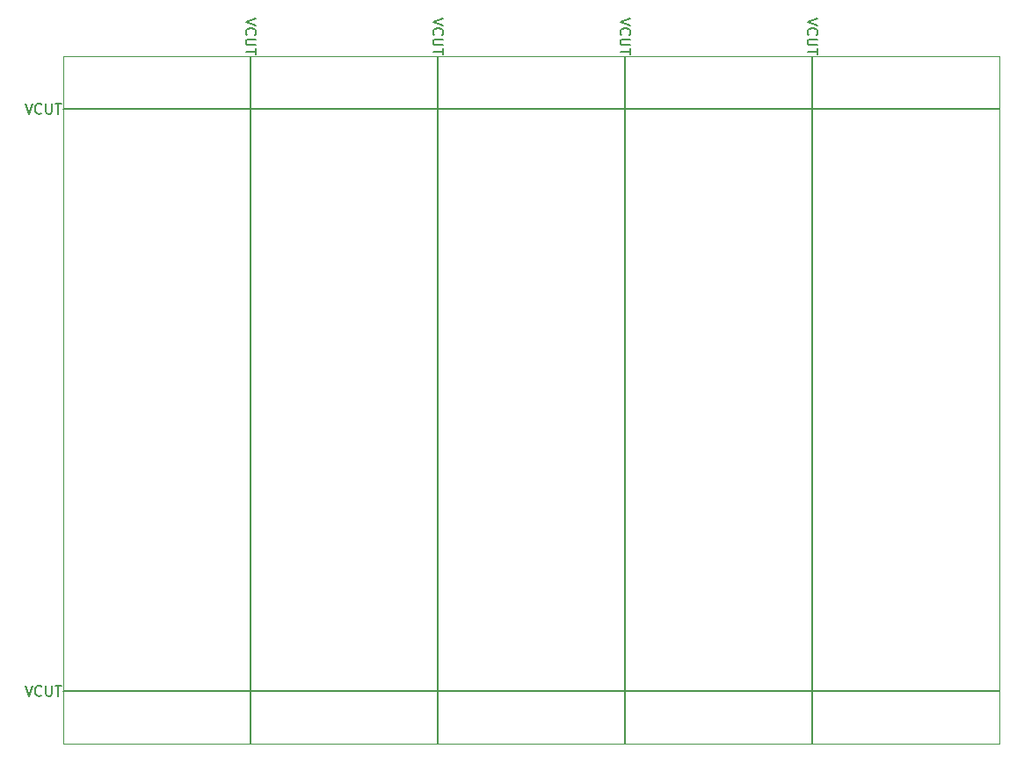
<source format=gm1>
G04 #@! TF.GenerationSoftware,KiCad,Pcbnew,(5.1.5)-3*
G04 #@! TF.CreationDate,2019-12-30T21:57:11-08:00*
G04 #@! TF.ProjectId,teensy40-bb-panel,7465656e-7379-4343-902d-62622d70616e,A*
G04 #@! TF.SameCoordinates,Original*
G04 #@! TF.FileFunction,Other,ECO1*
%FSLAX46Y46*%
G04 Gerber Fmt 4.6, Leading zero omitted, Abs format (unit mm)*
G04 Created by KiCad (PCBNEW (5.1.5)-3) date 2019-12-30 21:57:11*
%MOMM*%
%LPD*%
G04 APERTURE LIST*
%ADD10C,0.150000*%
%ADD11C,0.050000*%
G04 APERTURE END LIST*
D10*
X172339000Y-75311000D02*
X172339000Y-141605000D01*
X154305000Y-75311000D02*
X154305000Y-141605000D01*
X136271000Y-75311000D02*
X136271000Y-141605000D01*
X118237000Y-75311000D02*
X118237000Y-141605000D01*
D11*
X190373000Y-141605000D02*
X190373000Y-75311000D01*
X100203000Y-141605000D02*
X100203000Y-75311000D01*
D10*
X96534071Y-79843380D02*
X96867404Y-80843380D01*
X97200738Y-79843380D01*
X98105500Y-80748142D02*
X98057880Y-80795761D01*
X97915023Y-80843380D01*
X97819785Y-80843380D01*
X97676928Y-80795761D01*
X97581690Y-80700523D01*
X97534071Y-80605285D01*
X97486452Y-80414809D01*
X97486452Y-80271952D01*
X97534071Y-80081476D01*
X97581690Y-79986238D01*
X97676928Y-79891000D01*
X97819785Y-79843380D01*
X97915023Y-79843380D01*
X98057880Y-79891000D01*
X98105500Y-79938619D01*
X98534071Y-79843380D02*
X98534071Y-80652904D01*
X98581690Y-80748142D01*
X98629309Y-80795761D01*
X98724547Y-80843380D01*
X98915023Y-80843380D01*
X99010261Y-80795761D01*
X99057880Y-80748142D01*
X99105500Y-80652904D01*
X99105500Y-79843380D01*
X99438833Y-79843380D02*
X100010261Y-79843380D01*
X99724547Y-80843380D02*
X99724547Y-79843380D01*
X172886619Y-71642071D02*
X171886619Y-71975404D01*
X172886619Y-72308738D01*
X171981857Y-73213500D02*
X171934238Y-73165880D01*
X171886619Y-73023023D01*
X171886619Y-72927785D01*
X171934238Y-72784928D01*
X172029476Y-72689690D01*
X172124714Y-72642071D01*
X172315190Y-72594452D01*
X172458047Y-72594452D01*
X172648523Y-72642071D01*
X172743761Y-72689690D01*
X172839000Y-72784928D01*
X172886619Y-72927785D01*
X172886619Y-73023023D01*
X172839000Y-73165880D01*
X172791380Y-73213500D01*
X172886619Y-73642071D02*
X172077095Y-73642071D01*
X171981857Y-73689690D01*
X171934238Y-73737309D01*
X171886619Y-73832547D01*
X171886619Y-74023023D01*
X171934238Y-74118261D01*
X171981857Y-74165880D01*
X172077095Y-74213500D01*
X172886619Y-74213500D01*
X172886619Y-74546833D02*
X172886619Y-75118261D01*
X171886619Y-74832547D02*
X172886619Y-74832547D01*
X154852619Y-71642071D02*
X153852619Y-71975404D01*
X154852619Y-72308738D01*
X153947857Y-73213500D02*
X153900238Y-73165880D01*
X153852619Y-73023023D01*
X153852619Y-72927785D01*
X153900238Y-72784928D01*
X153995476Y-72689690D01*
X154090714Y-72642071D01*
X154281190Y-72594452D01*
X154424047Y-72594452D01*
X154614523Y-72642071D01*
X154709761Y-72689690D01*
X154805000Y-72784928D01*
X154852619Y-72927785D01*
X154852619Y-73023023D01*
X154805000Y-73165880D01*
X154757380Y-73213500D01*
X154852619Y-73642071D02*
X154043095Y-73642071D01*
X153947857Y-73689690D01*
X153900238Y-73737309D01*
X153852619Y-73832547D01*
X153852619Y-74023023D01*
X153900238Y-74118261D01*
X153947857Y-74165880D01*
X154043095Y-74213500D01*
X154852619Y-74213500D01*
X154852619Y-74546833D02*
X154852619Y-75118261D01*
X153852619Y-74832547D02*
X154852619Y-74832547D01*
X136818619Y-71642071D02*
X135818619Y-71975404D01*
X136818619Y-72308738D01*
X135913857Y-73213500D02*
X135866238Y-73165880D01*
X135818619Y-73023023D01*
X135818619Y-72927785D01*
X135866238Y-72784928D01*
X135961476Y-72689690D01*
X136056714Y-72642071D01*
X136247190Y-72594452D01*
X136390047Y-72594452D01*
X136580523Y-72642071D01*
X136675761Y-72689690D01*
X136771000Y-72784928D01*
X136818619Y-72927785D01*
X136818619Y-73023023D01*
X136771000Y-73165880D01*
X136723380Y-73213500D01*
X136818619Y-73642071D02*
X136009095Y-73642071D01*
X135913857Y-73689690D01*
X135866238Y-73737309D01*
X135818619Y-73832547D01*
X135818619Y-74023023D01*
X135866238Y-74118261D01*
X135913857Y-74165880D01*
X136009095Y-74213500D01*
X136818619Y-74213500D01*
X136818619Y-74546833D02*
X136818619Y-75118261D01*
X135818619Y-74832547D02*
X136818619Y-74832547D01*
X118784619Y-71642071D02*
X117784619Y-71975404D01*
X118784619Y-72308738D01*
X117879857Y-73213500D02*
X117832238Y-73165880D01*
X117784619Y-73023023D01*
X117784619Y-72927785D01*
X117832238Y-72784928D01*
X117927476Y-72689690D01*
X118022714Y-72642071D01*
X118213190Y-72594452D01*
X118356047Y-72594452D01*
X118546523Y-72642071D01*
X118641761Y-72689690D01*
X118737000Y-72784928D01*
X118784619Y-72927785D01*
X118784619Y-73023023D01*
X118737000Y-73165880D01*
X118689380Y-73213500D01*
X118784619Y-73642071D02*
X117975095Y-73642071D01*
X117879857Y-73689690D01*
X117832238Y-73737309D01*
X117784619Y-73832547D01*
X117784619Y-74023023D01*
X117832238Y-74118261D01*
X117879857Y-74165880D01*
X117975095Y-74213500D01*
X118784619Y-74213500D01*
X118784619Y-74546833D02*
X118784619Y-75118261D01*
X117784619Y-74832547D02*
X118784619Y-74832547D01*
D11*
X100203000Y-75311000D02*
X190373000Y-75311000D01*
D10*
X100203000Y-80391000D02*
X190373000Y-80391000D01*
D11*
X100203000Y-141605000D02*
X190373000Y-141605000D01*
D10*
X96534071Y-135977380D02*
X96867404Y-136977380D01*
X97200738Y-135977380D01*
X98105500Y-136882142D02*
X98057880Y-136929761D01*
X97915023Y-136977380D01*
X97819785Y-136977380D01*
X97676928Y-136929761D01*
X97581690Y-136834523D01*
X97534071Y-136739285D01*
X97486452Y-136548809D01*
X97486452Y-136405952D01*
X97534071Y-136215476D01*
X97581690Y-136120238D01*
X97676928Y-136025000D01*
X97819785Y-135977380D01*
X97915023Y-135977380D01*
X98057880Y-136025000D01*
X98105500Y-136072619D01*
X98534071Y-135977380D02*
X98534071Y-136786904D01*
X98581690Y-136882142D01*
X98629309Y-136929761D01*
X98724547Y-136977380D01*
X98915023Y-136977380D01*
X99010261Y-136929761D01*
X99057880Y-136882142D01*
X99105500Y-136786904D01*
X99105500Y-135977380D01*
X99438833Y-135977380D02*
X100010261Y-135977380D01*
X99724547Y-136977380D02*
X99724547Y-135977380D01*
X100203000Y-136525000D02*
X190373000Y-136525000D01*
M02*

</source>
